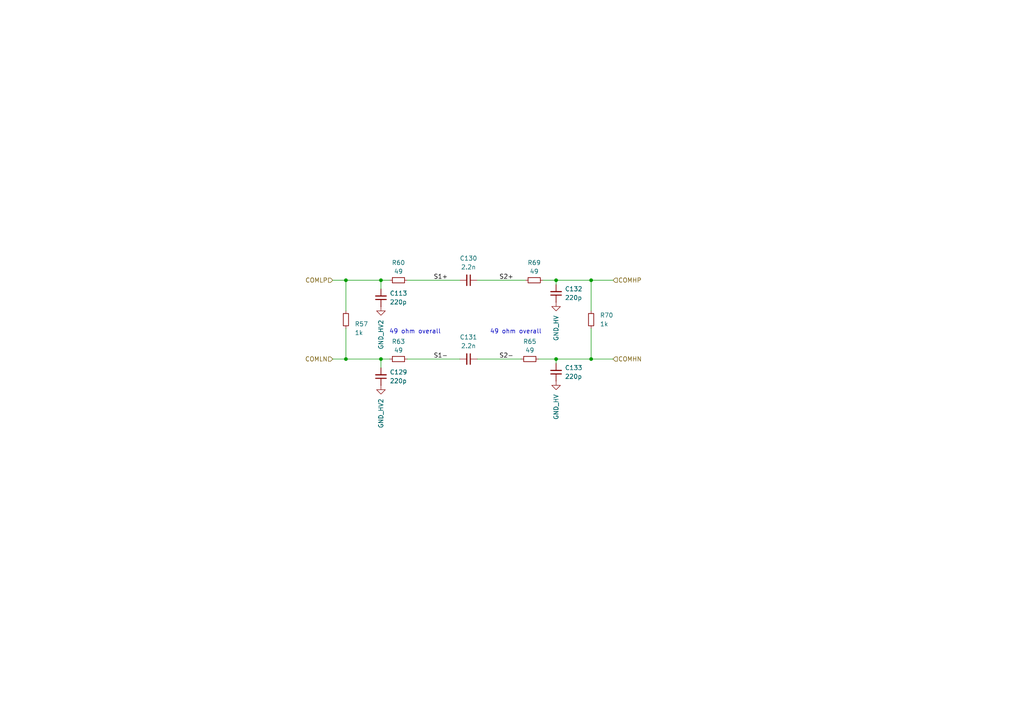
<source format=kicad_sch>
(kicad_sch (version 20250114) (generator "eeschema") (generator_version "9.0")
  (paper "A4")
  (lib_symbols
    (symbol "Device:C_Small" (pin_numbers (hide yes)) (pin_names (offset 0.254) (hide yes))
      (property "Reference" "C" (at 0.254 1.778 0))
      (property "Value" "C_Small" (at 0.254 -2.032 0))
      (symbol "C_Small_0_1"
        (polyline (pts (xy -1.524 0.508) (xy 1.524 0.508)) (stroke (width 0.3048)))
        (polyline (pts (xy -1.524 -0.508) (xy 1.524 -0.508)) (stroke (width 0.3302)))
      )
      (symbol "C_Small_1_1"
        (pin passive line (at 0 2.54 270) (length 2.032) (name "~") (number "1"))
        (pin passive line (at 0 -2.54 90) (length 2.032) (name "~") (number "2"))
      )
    )
    (symbol "Device:R_Small" (pin_numbers (hide yes)) (pin_names (offset 0.254) (hide yes))
      (property "Reference" "R" (at 0.762 0.508 0))
      (property "Value" "R_Small" (at 0.762 -1.016 0))
      (symbol "R_Small_0_1"
        (rectangle (start -0.762 1.778) (end 0.762 -1.778) (stroke (width 0.2032)))
      )
      (symbol "R_Small_1_1"
        (pin passive line (at 0 2.54 270) (length 0.762) (name "~") (number "1"))
        (pin passive line (at 0 -2.54 90) (length 0.762) (name "~") (number "2"))
      )
    )
    (symbol "power:GND" (power) (pin_numbers (hide yes)) (pin_names (offset 0) (hide yes))
      (property "Value" "GND" (at 0 -3.81 0))
      (symbol "GND_0_1"
        (polyline (pts (xy 0 0) (xy 0 -1.27) (xy 1.27 -1.27) (xy 0 -2.54) (xy -1.27 -1.27) (xy 0 -1.27)))
      )
      (symbol "GND_1_1"
        (pin power_in line (at 0 0 270) (length 0) (name "~") (number "1"))
      )
    )
  )
  (text "49 ohm overall\n" (at 120.396 96.266 0) (effects (font (size 1.27 1.27))))
  (text "49 ohm overall\n" (at 149.606 96.266 0) (effects (font (size 1.27 1.27))))
  (junction (at 110.49 104.14))
  (junction (at 100.33 81.28))
  (junction (at 171.45 81.28))
  (junction (at 161.29 104.14))
  (junction (at 100.33 104.14))
  (junction (at 171.45 104.14))
  (junction (at 161.29 81.28))
  (junction (at 110.49 81.28))
  (wire (pts (xy 113.03 104.14) (xy 110.49 104.14)))
  (wire (pts (xy 171.45 81.28) (xy 161.29 81.28)))
  (wire (pts (xy 100.33 81.28) (xy 110.49 81.28)))
  (wire (pts (xy 110.49 81.28) (xy 110.49 83.82)))
  (wire (pts (xy 100.33 95.25) (xy 100.33 104.14)))
  (wire (pts (xy 113.03 81.28) (xy 110.49 81.28)))
  (wire (pts (xy 110.49 104.14) (xy 110.49 106.68)))
  (wire (pts (xy 151.13 104.14) (xy 138.43 104.14)))
  (wire (pts (xy 138.43 81.28) (xy 152.4 81.28)))
  (wire (pts (xy 161.29 82.55) (xy 161.29 81.28)))
  (wire (pts (xy 100.33 104.14) (xy 110.49 104.14)))
  (wire (pts (xy 118.11 104.14) (xy 133.35 104.14)))
  (wire (pts (xy 171.45 81.28) (xy 177.8 81.28)))
  (wire (pts (xy 171.45 104.14) (xy 177.8 104.14)))
  (wire (pts (xy 96.52 104.14) (xy 100.33 104.14)))
  (wire (pts (xy 161.29 105.41) (xy 161.29 104.14)))
  (wire (pts (xy 171.45 95.25) (xy 171.45 104.14)))
  (wire (pts (xy 118.11 81.28) (xy 133.35 81.28)))
  (wire (pts (xy 157.48 81.28) (xy 161.29 81.28)))
  (wire (pts (xy 96.52 81.28) (xy 100.33 81.28)))
  (wire (pts (xy 100.33 81.28) (xy 100.33 90.17)))
  (wire (pts (xy 161.29 104.14) (xy 171.45 104.14)))
  (wire (pts (xy 171.45 81.28) (xy 171.45 90.17)))
  (wire (pts (xy 156.21 104.14) (xy 161.29 104.14)))
  (label "S2-" (at 144.78 104.14 0))
  (label "S1-" (at 125.73 104.14 0))
  (label "S2+" (at 144.78 81.28 0))
  (label "S1+" (at 125.73 81.28 0))
  (hierarchical_label "COMHP" (shape input) (at 177.8 81.28 0))
  (hierarchical_label "COMLN" (shape input) (at 96.52 104.14 180))
  (hierarchical_label "COMLP" (shape input) (at 96.52 81.28 180))
  (hierarchical_label "COMHN" (shape input) (at 177.8 104.14 0))
  (symbol (lib_id "Device:R_Small") (at 100.33 92.71 0) (unit 1)
    (property "Reference" "R57" (at 102.87 93.9799 0) (effects (justify left)))
    (property "Value" "1k" (at 102.87 96.5199 0) (effects (justify left)))
    (property "Footprint" "Resistor_SMD:R_0603_1608Metric_Pad0.98x0.95mm_HandSolder" (effects (hide yes)))
    (property "Datasheet" "https://www.mouser.pl/ProductDetail/Vishay-Dale/CRCW06031K00FKED?qs=sGAEpiMZZMvdGkrng054twKDKoBh%252BscnXZq73fPCFFuOJhiFMQpfiQ%3D%3D" (effects (hide yes)))
    (property "Description" "Resistor, small symbol" (effects (hide yes)))
  )
  (symbol (lib_id "Device:R_Small") (at 153.67 104.14 90) (unit 1)
    (property "Reference" "R65" (at 153.67 99.06 90))
    (property "Value" "49" (at 153.67 101.6 90))
    (property "Footprint" "Resistor_SMD:R_0603_1608Metric_Pad0.98x0.95mm_HandSolder" (effects (hide yes)))
    (property "Datasheet" "https://www.mouser.pl/ProductDetail/KOA-Speer/RK73H1HRTTCM49R9F?qs=sGAEpiMZZMvdGkrng054txLI%2FDB4oIKDjd1z9Y%252BmyaXFChdzxTCbsQ%3D%3D" (effects (hide yes)))
    (property "Description" "Resistor, small symbol" (effects (hide yes)))
  )
  (symbol (lib_id "power:GND") (at 161.29 110.49 0) (unit 1)
    (property "Reference" "#PWR0162" (effects (hide yes)))
    (property "Value" "GND_HV" (at 161.29 114.3 90) (effects (justify right)))
    (property "Description" "Power symbol creates a global label with name \"GND\" , ground" (effects (hide yes)))
  )
  (symbol (lib_id "Device:C_Small") (at 161.29 107.95 180) (unit 1)
    (property "Reference" "C133" (at 163.83 106.6735 0) (effects (justify right)))
    (property "Value" "220p" (at 163.83 109.2135 0) (effects (justify right)))
    (property "Footprint" "Capacitor_SMD:C_0603_1608Metric_Pad1.08x0.95mm_HandSolder" (effects (hide yes)))
    (property "Datasheet" "https://www.mouser.pl/ProductDetail/KEMET/C0603C221J3HACTU?qs=W0yvOO0ixfHoNiGDBH9h%252BQ%3D%3D" (effects (hide yes)))
    (property "Description" "Unpolarized capacitor, small symbol" (effects (hide yes)))
  )
  (symbol (lib_id "Device:C_Small") (at 135.89 104.14 270) (unit 1)
    (property "Reference" "C131" (at 135.8836 97.79 90))
    (property "Value" "2.2n" (at 135.8836 100.33 90))
    (property "Footprint" "Capacitor_SMD:C_0603_1608Metric_Pad1.08x0.95mm_HandSolder" (effects (hide yes)))
    (property "Datasheet" "https://www.mouser.pl/ProductDetail/TDK/CGA3E2C0G1H222J080AE?qs=P1JMDcb91o5KNu2GzASXrQ%3D%3D" (effects (hide yes)))
    (property "Description" "Unpolarized capacitor, small symbol" (effects (hide yes)))
  )
  (symbol (lib_id "power:GND") (at 161.29 87.63 0) (unit 1)
    (property "Reference" "#PWR0161" (effects (hide yes)))
    (property "Value" "GND_HV" (at 161.29 91.44 90) (effects (justify right)))
    (property "Description" "Power symbol creates a global label with name \"GND\" , ground" (effects (hide yes)))
  )
  (symbol (lib_id "Device:R_Small") (at 115.57 81.28 90) (unit 1)
    (property "Reference" "R60" (at 115.57 76.2 90))
    (property "Value" "49" (at 115.57 78.74 90))
    (property "Footprint" "Resistor_SMD:R_0603_1608Metric_Pad0.98x0.95mm_HandSolder" (effects (hide yes)))
    (property "Datasheet" "https://www.mouser.pl/ProductDetail/KOA-Speer/RK73H1HRTTCM49R9F?qs=sGAEpiMZZMvdGkrng054txLI%2FDB4oIKDjd1z9Y%252BmyaXFChdzxTCbsQ%3D%3D" (effects (hide yes)))
    (property "Description" "Resistor, small symbol" (effects (hide yes)))
  )
  (symbol (lib_id "power:GND") (at 110.49 88.9 0) (unit 1)
    (property "Reference" "#PWR0119" (effects (hide yes)))
    (property "Value" "GND_HV2" (at 110.49 92.71 90) (effects (justify right)))
    (property "Description" "Power symbol creates a global label with name \"GND\" , ground" (effects (hide yes)))
  )
  (symbol (lib_id "Device:R_Small") (at 171.45 92.71 0) (unit 1)
    (property "Reference" "R70" (at 173.99 91.4399 0) (effects (justify left)))
    (property "Value" "1k" (at 173.99 93.9799 0) (effects (justify left)))
    (property "Footprint" "Resistor_SMD:R_0603_1608Metric_Pad0.98x0.95mm_HandSolder" (effects (hide yes)))
    (property "Datasheet" "https://www.mouser.pl/ProductDetail/Vishay-Dale/CRCW06031K00FKED?qs=sGAEpiMZZMvdGkrng054twKDKoBh%252BscnXZq73fPCFFuOJhiFMQpfiQ%3D%3D" (effects (hide yes)))
    (property "Description" "Resistor, small symbol" (effects (hide yes)))
  )
  (symbol (lib_id "Device:R_Small") (at 154.94 81.28 90) (unit 1)
    (property "Reference" "R69" (at 154.94 76.2 90))
    (property "Value" "49" (at 154.94 78.74 90))
    (property "Footprint" "Resistor_SMD:R_0603_1608Metric_Pad0.98x0.95mm_HandSolder" (effects (hide yes)))
    (property "Datasheet" "https://www.mouser.pl/ProductDetail/KOA-Speer/RK73H1HRTTCM49R9F?qs=sGAEpiMZZMvdGkrng054txLI%2FDB4oIKDjd1z9Y%252BmyaXFChdzxTCbsQ%3D%3D" (effects (hide yes)))
    (property "Description" "Resistor, small symbol" (effects (hide yes)))
  )
  (symbol (lib_id "Device:C_Small") (at 161.29 85.09 180) (unit 1)
    (property "Reference" "C132" (at 163.83 83.8135 0) (effects (justify right)))
    (property "Value" "220p" (at 163.83 86.3535 0) (effects (justify right)))
    (property "Footprint" "Capacitor_SMD:C_0603_1608Metric_Pad1.08x0.95mm_HandSolder" (effects (hide yes)))
    (property "Datasheet" "https://www.mouser.pl/ProductDetail/KEMET/C0603C221J3HACTU?qs=W0yvOO0ixfHoNiGDBH9h%252BQ%3D%3D" (effects (hide yes)))
    (property "Description" "https://www.mouser.pl/ProductDetail/KEMET/C0603C221J3HACTU?qs=W0yvOO0ixfHoNiGDBH9h%252BQ%3D%3D" (effects (hide yes)))
  )
  (symbol (lib_id "Device:R_Small") (at 115.57 104.14 90) (unit 1)
    (property "Reference" "R63" (at 115.57 99.06 90))
    (property "Value" "49" (at 115.57 101.6 90))
    (property "Footprint" "Resistor_SMD:R_0603_1608Metric_Pad0.98x0.95mm_HandSolder" (effects (hide yes)))
    (property "Datasheet" "https://www.mouser.pl/ProductDetail/KOA-Speer/RK73H1HRTTCM49R9F?qs=sGAEpiMZZMvdGkrng054txLI%2FDB4oIKDjd1z9Y%252BmyaXFChdzxTCbsQ%3D%3D" (effects (hide yes)))
    (property "Description" "Resistor, small symbol" (effects (hide yes)))
  )
  (symbol (lib_id "Device:C_Small") (at 110.49 109.22 180) (unit 1)
    (property "Reference" "C129" (at 113.03 107.9435 0) (effects (justify right)))
    (property "Value" "220p" (at 113.03 110.4835 0) (effects (justify right)))
    (property "Footprint" "Capacitor_SMD:C_0603_1608Metric_Pad1.08x0.95mm_HandSolder" (effects (hide yes)))
    (property "Datasheet" "https://www.mouser.pl/ProductDetail/KEMET/C0603C221J3HACTU?qs=W0yvOO0ixfHoNiGDBH9h%252BQ%3D%3D" (effects (hide yes)))
    (property "Description" "Unpolarized capacitor, small symbol" (effects (hide yes)))
  )
  (symbol (lib_id "power:GND") (at 110.49 111.76 0) (unit 1)
    (property "Reference" "#PWR0160" (effects (hide yes)))
    (property "Value" "GND_HV2" (at 110.49 115.57 90) (effects (justify right)))
    (property "Description" "Power symbol creates a global label with name \"GND\" , ground" (effects (hide yes)))
  )
  (symbol (lib_id "Device:C_Small") (at 110.49 86.36 180) (unit 1)
    (property "Reference" "C113" (at 113.03 85.0835 0) (effects (justify right)))
    (property "Value" "220p" (at 113.03 87.6235 0) (effects (justify right)))
    (property "Footprint" "Capacitor_SMD:C_0603_1608Metric_Pad1.08x0.95mm_HandSolder" (effects (hide yes)))
    (property "Datasheet" "https://www.mouser.pl/ProductDetail/KEMET/C0603C221J3HACTU?qs=W0yvOO0ixfHoNiGDBH9h%252BQ%3D%3D" (effects (hide yes)))
    (property "Description" "Unpolarized capacitor, small symbol" (effects (hide yes)))
  )
  (symbol (lib_id "Device:C_Small") (at 135.89 81.28 270) (unit 1)
    (property "Reference" "C130" (at 135.8836 74.93 90))
    (property "Value" "2.2n" (at 135.8836 77.47 90))
    (property "Footprint" "Capacitor_SMD:C_0603_1608Metric_Pad1.08x0.95mm_HandSolder" (effects (hide yes)))
    (property "Datasheet" "https://www.mouser.pl/ProductDetail/TDK/CGA3E2C0G1H222J080AE?qs=P1JMDcb91o5KNu2GzASXrQ%3D%3D" (effects (hide yes)))
    (property "Description" "Unpolarized capacitor, small symbol" (effects (hide yes)))
  )
)
</source>
